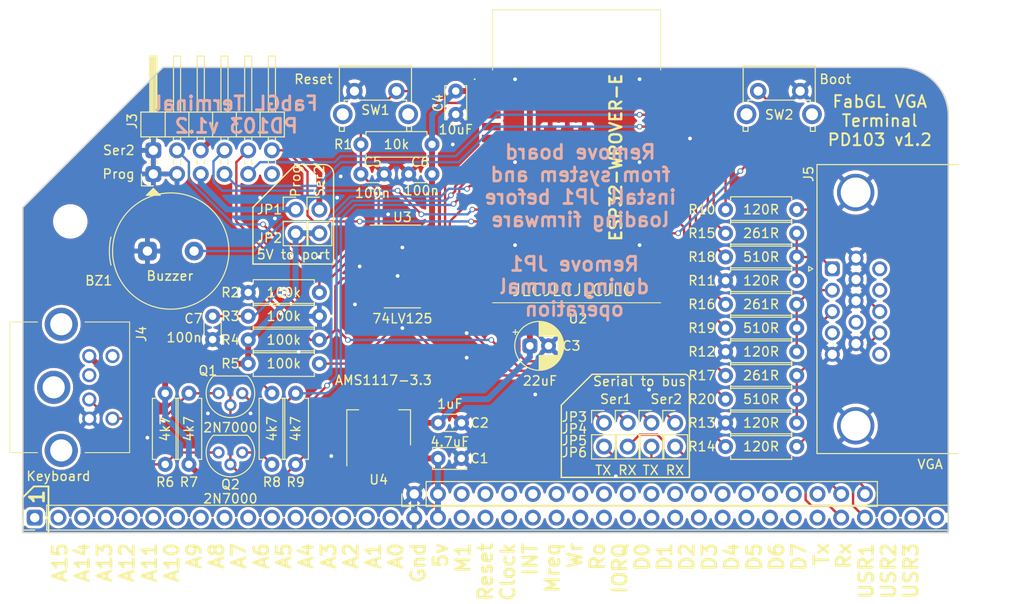
<source format=kicad_pcb>
(kicad_pcb (version 20221018) (generator pcbnew)
  (layers (0 "F.Cu" signal) (31 "B.Cu" signal) (36 "B.SilkS" user "B.Silkscreen") (37 "F.SilkS" user "F.Silkscreen") (38 "B.Mask" user) (39 "F.Mask" user) (44 "Edge.Cuts" user))
  (net 0 "")
  (net 1 "GND")
  (net 5 "+5V")
  (net 6 "+3V3")
  (net 68 "BusRX")
  (net 69 "BusTX")
  (net 70 "/KBClk_5V")
  (net 71 "/KBDat_5v")
  (net 72 "/Red")
  (net 73 "/Grn")
  (net 74 "/Blu")
  (net 75 "/HSync")
  (net 76 "/VSync")
  (net 77 "KBDat_3V")
  (net 78 "KBClk_3V")
  (net 79 "H")
  (net 80 "R1")
  (net 81 "R0")
  (net 82 "G1")
  (net 83 "G0")
  (net 84 "B1")
  (net 85 "B0")
  (net 86 "V")
  (net 87 "/ProgTX")
  (net 88 "/ProgRX")
  (net 89 "/Prog5V")
  (net 90 "/Boot")
  (net 91 "Ser2RTS")
  (net 92 "/Ser2RX_5V")
  (net 93 "Ser2TX")
  (net 94 "/Ser25V")
  (net 95 "/Ser2CTS_5V")
  (net 96 "/Ser1RX_5V")
  (net 97 "Ser1TX")
  (net 98 "Ser1RX_3V")
  (net 99 "Ser2RX_3V")
  (net 100 "Ser2CTS_3V")
  (net 101 "BusRX2")
  (net 102 "BusTX2")
  (net 111 "/Buzz")
  (net 112 "~{Reset}")
  (net 113 "/~{BufEn}")
  (footprint "Connector_PinHeader_2.54mm:PinHeader_1x39_P2.54mm_Vertical" (layer "F.Cu") (at 153.67 149.86 90)
    (fp_text reference "J1" hide)
    (fp_text value "RC2014")
  )
  (footprint "Connector_PinHeader_2.54mm:PinHeader_1x20_P2.54mm_Vertical" (layer "F.Cu") (at 194.31 147.32 90)
    (fp_text reference "J2" hide)
    (fp_text value "RC2014_Enh")
  )
  (footprint "Mounting_Holes:MountingHole_3.2mm_M3" (layer "F.Cu") (at 157.48 118.11)
    (fp_text reference "" hide)
    (fp_text value "" hide)
  )
  (footprint "Button_Switch_THT:SW_Tactile_SPST_Angled_PTS645Vx39-2LFS" (layer "F.Cu") (at 231.14 104.14)
    (fp_text reference "SW2")
    (fp_text value "Boot")
  )
  (footprint "rc-fabgl:ESP32WROVERE" (layer "F.Cu") (at 211.7 111.13)
    (fp_text reference "U2")
    (fp_text value "ESP32-WROVER-E")
  )
  (footprint "Buzzer_Beeper:Buzzer_TDK_PS1240P02BT_D12.2mm_H6.5mm" (layer "F.Cu") (at 165.735 121.285)
    (fp_text reference "BZ1")
    (fp_text value "Buzzer")
  )
  (footprint "Connector_PinHeader_2.54mm:PinHeader_2x06_P2.54mm_Horizontal" (layer "F.Cu") (at 166.37 113.03 90)
    (fp_text reference "J3")
    (fp_text value "Serial")
  )
  (footprint "Connector_PinHeader_2.54mm:PinHeader_1x02_P2.54mm_Vertical" (layer "F.Cu") (at 214.63 139.7)
    (fp_text reference "JP3")
    (fp_text value "Bus TX")
  )
  (footprint "Connector_PinHeader_2.54mm:PinHeader_1x02_P2.54mm_Vertical" (layer "F.Cu") (at 217.17 139.7)
    (fp_text reference "JP4")
    (fp_text value "Bus RX")
  )
  (footprint "Connector_PinHeader_2.54mm:PinHeader_1x02_P2.54mm_Vertical" (layer "F.Cu") (at 219.71 139.7)
    (fp_text reference "JP5")
    (fp_text value "Bus TX2")
  )
  (footprint "Connector_PinHeader_2.54mm:PinHeader_1x02_P2.54mm_Vertical" (layer "F.Cu") (at 222.25 139.7)
    (fp_text reference "JP6")
    (fp_text value "Bus RX2")
  )
  (footprint "Package_TO_SOT_THT:TO-92" (layer "F.Cu") (at 175.895 142.875 180)
    (fp_text reference "Q2")
    (fp_text value "2N7000")
  )
  (footprint "Resistor_THT:R_Axial_DIN0207_L6.3mm_D2.5mm_P7.62mm_Horizontal" (layer "F.Cu") (at 176.53 130.81)
    (fp_text reference "R4")
    (fp_text value "100k")
  )
  (footprint "Resistor_THT:R_Axial_DIN0207_L6.3mm_D2.5mm_P7.62mm_Horizontal" (layer "F.Cu") (at 179.07 136.525 -90)
    (fp_text reference "R8")
    (fp_text value "4k7")
  )
  (footprint "Resistor_THT:R_Axial_DIN0207_L6.3mm_D2.5mm_P7.62mm_Horizontal" (layer "F.Cu") (at 181.61 144.145 90)
    (fp_text reference "R9")
    (fp_text value "4k7")
  )
  (footprint "Resistor_THT:R_Axial_DIN0207_L6.3mm_D2.5mm_P7.62mm_Horizontal" (layer "F.Cu") (at 227.6475 119.38)
    (fp_text reference "R15")
    (fp_text value "261R")
  )
  (footprint "Resistor_THT:R_Axial_DIN0207_L6.3mm_D2.5mm_P7.62mm_Horizontal" (layer "F.Cu") (at 227.6475 124.46)
    (fp_text reference "R11")
    (fp_text value "120R")
  )
  (footprint "Resistor_THT:R_Axial_DIN0207_L6.3mm_D2.5mm_P7.62mm_Horizontal" (layer "F.Cu") (at 227.6475 129.54)
    (fp_text reference "R19")
    (fp_text value "510R")
  )
  (footprint "Resistor_THT:R_Axial_DIN0207_L6.3mm_D2.5mm_P7.62mm_Horizontal" (layer "F.Cu") (at 227.6475 134.62)
    (fp_text reference "R17")
    (fp_text value "261R")
  )
  (footprint "Resistor_THT:R_Axial_DIN0207_L6.3mm_D2.5mm_P7.62mm_Horizontal" (layer "F.Cu") (at 227.6475 139.7)
    (fp_text reference "R13")
    (fp_text value "120R")
  )
  (footprint "Resistor_THT:R_Axial_DIN0207_L6.3mm_D2.5mm_P7.62mm_Horizontal" (layer "F.Cu") (at 227.6475 137.16)
    (fp_text reference "R20")
    (fp_text value "510R")
  )
  (footprint "Capacitor_THT:C_Disc_D3.0mm_W1.6mm_P2.50mm" (layer "F.Cu") (at 196.870001 139.7)
    (fp_text reference "C2")
    (fp_text value "1uF")
  )
  (footprint "Capacitor_THT:C_Disc_D3.4mm_W2.1mm_P2.50mm" (layer "F.Cu") (at 198.755 104.14 -90)
    (fp_text reference "C4")
    (fp_text value "10uF")
  )
  (footprint "Resistor_THT:R_Axial_DIN0207_L6.3mm_D2.5mm_P7.62mm_Horizontal" (layer "F.Cu") (at 196.215 109.855 180)
    (fp_text reference "R1")
    (fp_text value "10k")
  )
  (footprint "Capacitor_THT:C_Disc_D3.0mm_W1.6mm_P2.50mm" (layer "F.Cu") (at 196.215 113.03 180)
    (fp_text reference "C6")
    (fp_text value "100n")
  )
  (footprint "Capacitor_THT:C_Disc_D3.0mm_W1.6mm_P2.50mm" (layer "F.Cu") (at 188.595 113.03)
    (fp_text reference "C5")
    (fp_text value "100n")
  )
  (footprint "Package_TO_SOT_THT:TO-92" (layer "F.Cu") (at 175.895 136.525 180)
    (fp_text reference "Q1")
    (fp_text value "2N7000")
  )
  (footprint "Resistor_THT:R_Axial_DIN0207_L6.3mm_D2.5mm_P7.62mm_Horizontal" (layer "F.Cu") (at 167.64 136.525 -90)
    (fp_text reference "R6")
    (fp_text value "4k7")
  )
  (footprint "Resistor_THT:R_Axial_DIN0207_L6.3mm_D2.5mm_P7.62mm_Horizontal" (layer "F.Cu") (at 170.18 144.145 90)
    (fp_text reference "R7")
    (fp_text value "4k7")
  )
  (footprint "rc-fabgl:Mini-DIN-6-Socket" (layer "F.Cu") (at 159.512 134.59 90)
    (fp_text reference "J4")
    (fp_text value "Keyboard")
  )
  (footprint "rc-fabgl:DSUB-15-HD_Female_Horizontal_P2.29x2.54mm_Housed" (layer "F.Cu") (at 239.0775 123.19 90)
    (fp_text reference "J5")
    (fp_text value "VGA")
  )
  (footprint "Button_Switch_THT:SW_Tactile_SPST_Angled_PTS645Vx39-2LFS" (layer "F.Cu") (at 187.905 104.14)
    (fp_text reference "SW1")
    (fp_text value "Reset")
  )
  (footprint "Resistor_THT:R_Axial_DIN0207_L6.3mm_D2.5mm_P7.62mm_Horizontal" (layer "F.Cu") (at 227.6475 116.84)
    (fp_text reference "R10")
    (fp_text value "120R")
  )
  (footprint "Resistor_THT:R_Axial_DIN0207_L6.3mm_D2.5mm_P7.62mm_Horizontal" (layer "F.Cu") (at 227.6475 127)
    (fp_text reference "R16")
    (fp_text value "261R")
  )
  (footprint "Resistor_THT:R_Axial_DIN0207_L6.3mm_D2.5mm_P7.62mm_Horizontal" (layer "F.Cu") (at 227.6475 121.92)
    (fp_text reference "R18")
    (fp_text value "510R")
  )
  (footprint "Resistor_THT:R_Axial_DIN0207_L6.3mm_D2.5mm_P7.62mm_Horizontal" (layer "F.Cu") (at 227.6475 132.08)
    (fp_text reference "R12")
    (fp_text value "120R")
  )
  (footprint "Capacitor_THT:CP_Radial_D5.0mm_P2.00mm" (layer "F.Cu") (at 206.6925 131.445)
    (fp_text reference "C3")
    (fp_text value "22uF")
  )
  (footprint "Resistor_THT:R_Axial_DIN0207_L6.3mm_D2.5mm_P7.62mm_Horizontal" (layer "F.Cu") (at 176.53 133.35)
    (fp_text reference "R5")
    (fp_text value "100k")
  )
  (footprint "Connector_PinHeader_2.54mm:PinHeader_1x02_P2.54mm_Vertical" (layer "F.Cu") (at 181.61 116.84)
    (fp_text reference "JP1")
    (fp_text value "Prog")
  )
  (footprint "Connector_PinHeader_2.54mm:PinHeader_1x02_P2.54mm_Vertical" (layer "F.Cu") (at 184.15 116.84)
    (fp_text reference "JP2")
    (fp_text value "Ser2")
  )
  (footprint "Capacitor_THT:C_Disc_D3.4mm_W2.1mm_P2.50mm" (layer "F.Cu") (at 196.85 143.51)
    (fp_text reference "C1")
    (fp_text value "4.7uF")
  )
  (footprint "Resistor_THT:R_Axial_DIN0207_L6.3mm_D2.5mm_P7.62mm_Horizontal" (layer "F.Cu") (at 176.53 128.27)
    (fp_text reference "R3")
    (fp_text value "100k")
  )
  (footprint "Capacitor_THT:C_Disc_D3.0mm_W1.6mm_P2.50mm" (layer "F.Cu") (at 172.72 130.77 90)
    (fp_text reference "C7")
    (fp_text value "100n")
  )
  (footprint "Resistor_THT:R_Axial_DIN0207_L6.3mm_D2.5mm_P7.62mm_Horizontal" (layer "F.Cu") (at 176.53 125.73)
    (fp_text reference "R2")
    (fp_text value "100k")
  )
  (footprint "Resistor_THT:R_Axial_DIN0207_L6.3mm_D2.5mm_P7.62mm_Horizontal" (layer "F.Cu") (at 227.6475 142.24)
    (fp_text reference "R14")
    (fp_text value "120R")
  )
  (footprint "Package_TO_SOT_SMD:SOT-223-3_TabPin2" (layer "F.Cu") (at 190.5 140.208 90)
    (fp_text reference "U4")
    (fp_text value "AMS1117-3.3")
  )
  (footprint "Package_SO:SO-14_3.9x8.65mm_P1.27mm" (layer "F.Cu") (at 193.04 122.936)
    (fp_text reference "U3")
    (fp_text value "74LV125")
  )
  (gr_line (start 210.058 137.795) (end 210.058 145.542) (stroke (width 0.15)) (layer "F.SilkS"))
  (gr_line (start 181.61 112.014) (end 184.658 112.014) (stroke (width 0.15)) (layer "F.SilkS"))
  (gr_line (start 210.058 137.795) (end 213.36 134.493) (stroke (width 0.15)) (layer "F.SilkS"))
  (gr_line (start 152.39238 151.4475) (end 152.39238 147.69338) (stroke (width 0.2)) (layer "F.SilkS"))
  (gr_line (start 177.038 116.586) (end 181.61 112.014) (stroke (width 0.15)) (layer "F.SilkS"))
  (gr_line (start 223.774 145.542) (end 223.774 135.001) (stroke (width 0.15)) (layer "F.SilkS"))
  (gr_arc (start 223.266 134.493) (mid 223.62521 134.64179) (end 223.774 135.001) (stroke (width 0.15)) (layer "F.SilkS"))
  (gr_line (start 153.57348 146.51228) (end 155.1432 146.51228) (stroke (width 0.2)) (layer "F.SilkS"))
  (gr_line (start 177.038 122.682) (end 177.038 116.586) (stroke (width 0.15)) (layer "F.SilkS"))
  (gr_line (start 223.266 134.493) (end 213.36 134.493) (stroke (width 0.15)) (layer "F.SilkS"))
  (gr_line (start 152.39238 147.69338) (end 153.57348 146.51228) (stroke (width 0.2)) (layer "F.SilkS"))
  (gr_line (start 210.058 145.542) (end 223.774 145.542) (stroke (width 0.15)) (layer "F.SilkS"))
  (gr_arc (start 184.658 112.014) (mid 185.37642 112.31158) (end 185.674 113.03) (stroke (width 0.15)) (layer "F.SilkS"))
  (gr_line (start 185.674 113.03) (end 185.674 122.682) (stroke (width 0.15)) (layer "F.SilkS"))
  (gr_line (start 155.1432 146.51228) (end 155.1432 151.4475) (stroke (width 0.2)) (layer "F.SilkS"))
  (gr_poly (pts (xy 167.132 115.316) (xy 165.608 115.316) (xy 166.37 114.554)) (stroke (width 0.1)) (fill solid) (layer "F.SilkS"))
  (gr_line (start 185.674 122.682) (end 177.038 122.682) (stroke (width 0.15)) (layer "F.SilkS"))
  (gr_line (start 246.3198 101.6) (end 167.4114 101.6) (stroke (width 0.15)) (layer "Edge.Cuts"))
  (gr_line (start 152.4 151.4602) (end 251.5014 151.4602) (stroke (width 0.15)) (layer "Edge.Cuts"))
  (gr_line (start 167.4114 101.6) (end 152.4 116.6114) (stroke (width 0.15)) (layer "Edge.Cuts"))
  (gr_arc (start 246.3198 101.6) (mid 249.982613 103.117187) (end 251.4998 106.78) (stroke (width 0.15)) (layer "Edge.Cuts"))
  (gr_line (start 251.5014 106.78) (end 251.5014 151.4602) (stroke (width 0.15)) (layer "Edge.Cuts"))
  (gr_line (start 152.4 116.6114) (end 152.4 151.4602) (stroke (width 0.15)) (layer "Edge.Cuts"))
  (gr_text "FabGL Terminal\nPD103 v1.2" (at 175.26 106.68) (layer "B.SilkS") (effects (font (size 1.5 1.5) (thickness 0.3)) (justify mirror)))
  (gr_text "Remove JP1\nduring normal\noperation" (at 211.455 125.095) (layer "B.SilkS") (effects (font (size 1.5 1.5) (thickness 0.3)) (justify mirror)))
  (gr_text "Remove board\nfrom system and\ninstall JP1 before\nloading firmware" (at 212.09 114.3) (layer "B.SilkS") (effects (font (size 1.5 1.5) (thickness 0.3)) (justify mirror)))
  (gr_text "A15\nA14\nA13\nA12\nA11\nA10\nA9\nA8\nA7\nA6\nA5\nA4\nA3\nA2\nA1\nA0\nGnd\n5v\nM1\nReset\nClock\nINT\nMreq\nWr\nRo\nIORQ\nD0\nD1\nD2\nD3\nD4\nD5\nD6\nD7\nTx\nRx\nUSR1\nUSR2\nUSR3" (at 201.93 152.4 90) (layer "F.SilkS") (effects (font (size 1.49 1.5) (thickness 0.3)) (justify right)))
  (gr_text "Ser2" (at 221.2975 137.16) (layer "F.SilkS") (effects (font (size 1 1))))
  (gr_text "TX RX" (at 220.98 144.78) (layer "F.SilkS") (effects (font (size 1 1))))
  (gr_text "Ser1" (at 215.9 137.16) (layer "F.SilkS") (effects (font (size 1 1))))
  (gr_text "Serial to bus" (at 218.44 135.255) (layer "F.SilkS") (effects (font (size 1 1))))
  (gr_text "TX RX" (at 215.9 144.78) (layer "F.SilkS") (effects (font (size 1 1))))
  (gr_text "FabGL VGA\nTerminal\nPD103 v1.2" (at 244.1575 107.315) (layer "F.SilkS") (effects (font (size 1.27 1.27) (thickness 0.2032))))
  (gr_text "1" (at 153.92908 147.6375 90) (layer "F.SilkS") (effects (font (size 1.5 1.5) (thickness 0.3))))
  (gr_text "Prog" (at 164.465 113.03) (layer "F.SilkS") (effects (font (size 1 1)) (justify right)))
  (gr_text "5V to port" (at 181.356 121.666) (layer "F.SilkS") (effects (font (size 1 1))))
  (gr_text "Ser2" (at 164.465 110.49) (layer "F.SilkS") (effects (font (size 1 1)) (justify right)))
  (gr_text "JLCJLCJLCJLC" (at 211.328 125.476) (layer "F.SilkS") (effects (font (size 1.27 1.27))))
  (segment (start 194.31 149.86) (end 194.31 147.32) (width 0.635) (layer "F.Cu") (net 1))
  (via (at 184.15 121.92) (size 0.6) (drill 0.4) (layers "F.Cu" "B.Cu") (net 1))
  (via (at 179.3875 117.7925) (size 0.6) (drill 0.4) (layers "F.Cu" "B.Cu") (net 1))
  (via (at 193.04 120.904) (size 0.6) (drill 0.4) (layers "F.Cu" "B.Cu") (net 1))
  (via (at 223.8375 109.22) (size 0.6) (drill 0.4) (layers "F.Cu" "B.Cu") (net 1))
  (via (at 177.8 115.57) (size 0.6) (drill 0.4) (layers "F.Cu" "B.Cu") (net 1))
  (via (at 188.468 122.936) (size 0.6) (drill 0.4) (layers "F.Cu" "B.Cu") (net 1))
  (via (at 187.96 127) (size 0.6) (drill 0.4) (layers "F.Cu" "B.Cu") (net 1))
  (via (at 165.735 141.2875) (size 0.6) (drill 0.4) (layers "F.Cu" "B.Cu") (net 1))
  (via (at 186.436 113.284) (size 0.6) (drill 0.4) (layers "F.Cu" "B.Cu") (net 1))
  (via (at 218.44 120.65) (size 0.6) (drill 0.4) (layers "F.Cu" "B.Cu") (net 1))
  (via (at 185.42 143.256) (size 0.6) (drill 0.4) (layers "F.Cu" "B.Cu") (net 1))
  (via (at 218.44 102.87) (size 0.6) (drill 0.4) (layers "F.Cu" "B.Cu") (net 1))
  (via (at 218.44 111.76) (size 0.6) (drill 0.4) (layers "F.Cu" "B.Cu") (net 1))
  (via (at 181.9275 132.08) (size 0.6) (drill 0.4) (layers "F.Cu" "B.Cu") (net 1))
  (via (at 186.055 115.57) (size 0.6) (drill 0.4) (layers "F.Cu" "B.Cu") (net 1))
  (via (at 199.9234 132.715) (size 0.6) (drill 0.4) (layers "F.Cu" "B.Cu") (net 1))
  (via (at 191.516 117.348) (size 0.6) (drill 0.4) (layers "F.Cu" "B.Cu") (net 1))
  (via (at 205.105 120.65) (size 0.6) (drill 0.4) (layers "F.Cu" "B.Cu") (net 1))
  (via (at 219.456 136.144) (size 0.6) (drill 0.4) (layers "F.Cu" "B.Cu") (net 1))
  (via (at 207.264 136.652) (size 0.6) (drill 0.4) (layers "F.Cu" "B.Cu") (net 1))
  (via (at 205.105 102.87) (size 0.6) (drill 0.4) (layers "F.Cu" "B.Cu") (net 1))
  (via (at 199.9234 130.0734) (size 0.6) (drill 0.4) (layers "F.Cu" "B.Cu") (net 1))
  (via (at 172.212 138.684) (size 0.6) (drill 0.4) (layers "F.Cu" "B.Cu") (net 1))
  (via (at 192.532 123.952) (size 0.6) (drill 0.4) (layers "F.Cu" "B.Cu") (net 1))
  (via (at 176.784 138.684) (size 0.6) (drill 0.4) (layers "F.Cu" "B.Cu") (net 1))
  (via (at 198.4375 109.855) (size 0.6) (drill 0.4) (layers "F.Cu" "B.Cu") (net 1))
  (via (at 205.105 111.76) (size 0.6) (drill 0.4) (layers "F.Cu" "B.Cu") (net 1))
  (via (at 215.9 145.415) (size 0.6) (drill 0.4) (layers "F.Cu" "B.Cu") (net 1))
  (via (at 193.04 129.54) (size 0.6) (drill 0.4) (layers "F.Cu" "B.Cu") (net 1))
  (segment (start 159.512 139.24) (end 159.512 139.192) (width 0.635) (layer "B.Cu") (net 1))
  (segment (start 194.31 149.86) (end 194.31 147.32) (width 0.635) (layer "B.Cu") (net 1))
  (segment (start 176.53 133.35) (end 168.275 133.35) (width 0.635) (layer "F.Cu") (net 5))
  (segment (start 167.64 136.525) (end 167.64 133.985) (width 0.635) (layer "F.Cu") (net 5))
  (segment (start 192.8 143.358) (end 192.8 144.512) (width 0.635) (layer "F.Cu") (net 5))
  (segment (start 191.135 146.177) (end 172.212 146.177) (width 0.635) (layer "F.Cu") (net 5))
  (segment (start 176.53 133.35) (end 176.53 131.445) (width 0.635) (layer "F.Cu") (net 5))
  (segment (start 192.8 144.512) (end 191.135 146.177) (width 0.635) (layer "F.Cu") (net 5))
  (segment (start 196.85 143.51) (end 192.952 143.51) (width 0.635) (layer "F.Cu") (net 5))
  (segment (start 192.952 143.51) (end 192.8 143.358) (width 0.635) (layer "F.Cu") (net 5))
  (segment (start 168.275 133.35) (end 167.64 133.985) (width 0.635) (layer "F.Cu") (net 5))
  (segment (start 167.64 133.985) (end 160.957 133.985) (width 0.635) (layer "F.Cu") (net 5))
  (segment (start 160.957 133.985) (end 159.512 132.54) (width 0.635) (layer "F.Cu") (net 5))
  (segment (start 172.212 146.177) (end 170.18 144.145) (width 0.635) (layer "F.Cu") (net 5))
  (segment (start 170.18 141.605) (end 167.64 139.065) (width 0.635) (layer "B.Cu") (net 5))
  (segment (start 181.61 119.38) (end 184.15 119.38) (width 0.635) (layer "B.Cu") (net 5))
  (segment (start 181.61 125.73) (end 181.61 119.38) (width 0.635) (layer "B.Cu") (net 5))
  (segment (start 196.85 147.32) (end 196.85 149.86) (width 0.635) (layer "B.Cu") (net 5))
  (segment (start 167.64 139.065) (end 167.64 136.525) (width 0.635) (layer "B.Cu") (net 5))
  (segment (start 176.53 130.81) (end 181.61 125.73) (width 0.635) (layer "B.Cu") (net 5))
  (segment (start 196.85 147.32) (end 196.85 143.51) (width 0.635) (layer "B.Cu") (net 5))
  (segment (start 170.18 144.145) (end 170.18 141.605) (width 0.635) (layer "B.Cu") (net 5))
  (segment (start 193.142 139.7) (end 190.5 137.058) (width 0.635) (layer "F.Cu") (net 6))
  (segment (start 196.215 118.426) (end 196.215 113.03) (width 0.635) (layer "F.Cu") (net 6))
  (segment (start 175.895 145.415) (end 180.34 145.415) (width 0.254) (layer "F.Cu") (net 6))
  (segment (start 177.8 135.255) (end 179.07 136.525) (width 0.254) (layer "F.Cu") (net 6))
  (segment (start 174.625 144.145) (end 175.895 145.415) (width 0.254) (layer "F.Cu") (net 6))
  (segment (start 175.26 135.255) (end 177.8 135.255) (width 0.254) (layer "F.Cu") (net 6))
  (segment (start 174.625 137.795) (end 174.625 135.89) (width 0.254) (layer "F.Cu") (net 6))
  (segment (start 193.142 139.7) (end 190.5 142.342) (width 0.635) (layer "F.Cu") (net 6))
  (segment (start 180.34 145.415) (end 181.61 144.145) (width 0.254) (layer "F.Cu") (net 6))
  (segment (start 195.515 119.126) (end 196.215 118.426) (width 0.635) (layer "F.Cu") (net 6))
  (segment (start 190.5 142.342) (end 190.5 143.358) (width 0.635) (layer "F.Cu") (net 6))
  (segment (start 190.5 137.058) (end 188.366 139.192) (width 0.254) (layer "F.Cu") (net 6))
  (segment (start 206.6925 131.445) (end 206.6925 105.7275) (width 0.635) (layer "F.Cu") (net 6))
  (segment (start 198.755 104.14) (end 202.565 104.14) (width 0.635) (layer "F.Cu") (net 6))
  (segment (start 196.870001 139.7) (end 193.142 139.7) (width 0.635) (layer "F.Cu") (net 6))
  (segment (start 188.366 139.192) (end 186.563 139.192) (width 0.254) (layer "F.Cu") (net 6))
  (segment (start 174.625 144.145) (end 174.625 137.795) (width 0.254) (layer "F.Cu") (net 6))
  (segment (start 174.625 135.89) (end 175.26 135.255) (width 0.254) (layer "F.Cu") (net 6))
  (segment (start 190.565 120.396) (end 192.024 120.396) (width 0.25) (layer "F.Cu") (net 6))
  (segment (start 193.294 119.126) (end 195.515 119.126) (width 0.25) (layer "F.Cu") (net 6))
  (segment (start 206.6925 105.7275) (end 205.105 104.14) (width 0.635) (layer "F.Cu") (net 6))
  (segment (start 186.563 139.192) (end 181.61 144.145) (width 0.254) (layer "F.Cu") (net 6))
  (segment (start 192.024 120.396) (end 193.294 119.126) (width 0.25) (layer "F.Cu") (net 6))
  (segment (start 196.215 113.03) (end 196.215 109.855) (width 0.635) (layer "F.Cu") (net 6))
  (segment (start 205.105 104.14) (end 202.565 104.14) (width 0.635) (layer "F.Cu") (net 6))
  (segment (start 199.410001 137.16) (end 196.870001 139.7) (width 0.635) (layer "B.Cu") (net 6))
  (segment (start 206.6925 131.445) (end 206.6925 132.6515) (width 0.635) (layer "B.Cu") (net 6))
  (segment (start 206.6925 132.6515) (end 202.184 137.16) (width 0.635) (layer "B.Cu") (net 6))
  (segment (start 202.184 137.16) (end 199.410001 137.16) (width 0.635) (layer "B.Cu") (net 6))
  (segment (start 198.755 104.14) (end 196.215 106.68) (width 0.635) (layer "B.Cu") (net 6))
  (segment (start 196.215 106.68) (end 196.215 109.855) (width 0.635) (layer "B.Cu") (net 6))
  (segment (start 241.3 146.685) (end 239.395 144.78) (width 0.254) (layer "F.Cu") (net 68))
  (segment (start 220.98 141.605) (end 220.345 140.97) (width 0.254) (layer "F.Cu") (net 68))
  (segment (start 241.3 148.59) (end 241.3 146.685) (width 0.254) (layer "F.Cu") (net 68))
  (segment (start 242.57 149.86) (end 241.3 148.59) (width 0.254) (layer "F.Cu") (net 68))
  (segment (start 220.345 140.97) (end 218.44 140.97) (width 0.254) (layer "F.Cu") (net 68))
  (segment (start 239.395 144.78) (end 222.885 144.78) (width 0.254) (layer "F.Cu") (net 68))
  (segment (start 218.44 140.97) (end 217.17 142.24) (width 0.254) (layer "F.Cu") (net 68))
  (segment (start 222.885 144.78) (end 220.98 142.875) (width 0.254) (layer "F.Cu") (net 68))
  (segment (start 220.98 142.875) (end 220.98 141.605) (width 0.254) (layer "F.Cu") (net 68))
  (segment (start 238.76 148.59) (end 236.855 148.59) (width 0.254) (layer "F.Cu") (net 69))
  (segment (start 236.22 146.685) (end 235.585 146.05) (width 0.254) (layer "F.Cu") (net 69))
  (segment (start 235.585 146.05) (end 218.44 146.05) (width 0.254) (layer "F.Cu") (net 69))
  (segment (start 218.44 146.05) (end 214.63 142.24) (width 0.254) (layer "F.Cu") (net 69))
  (segment (start 236.855 148.59) (end 236.22 147.955) (width 0.254) (layer "F.Cu") (net 69))
  (segment (start 236.22 147.955) (end 236.22 146.685) (width 0.254) (layer "F.Cu") (net 69))
  (segment (start 240.03 149.86) (end 238.76 148.59) (width 0.254) (layer "F.Cu") (net 69))
  (segment (start 170.18 136.525) (end 172.085 136.525) (width 0.254) (layer "F.Cu") (net 70))
  (segment (start 162.002 139.24) (end 167.465 139.24) (width 0.254) (layer "F.Cu") (net 70))
  (segment (start 167.465 139.24) (end 170.18 136.525) (width 0.254) (layer "F.Cu") (net 70))
  (segment (start 172.085 136.525) (end 173.355 136.525) (width 0.254) (layer "F.Cu") (net 70))
  (segment (start 164.465 144.145) (end 160.758189 140.438189) (width 0.254) (layer "F.Cu") (net 71))
  (segment (start 168.91 142.875) (end 173.355 142.875) (width 0.254) (layer "F.Cu") (net 71))
  (segment (start 160.758189 140.438189) (end 160.758189 138.436189) (width 0.254) (layer "F.Cu") (net 71))
  (segment (start 160.758189 138.436189) (end 159.512 137.19) (width 0.254) (layer "F.Cu") (net 71))
  (segment (start 167.64 144.145) (end 164.465 144.145) (width 0.254) (layer "F.Cu") (net 71))
  (segment (start 167.64 144.145) (end 168.91 142.875) (width 0.254) (layer "F.Cu") (net 71))
  (segment (start 235.2675 124.46) (end 235.2675 121.92) (width 0.254) (layer "F.Cu") (net 72))
  (segment (start 235.2675 121.92) (end 237.8075 121.92) (width 0.254) (layer "F.Cu") (net 72))
  (segment (start 235.2675 119.38) (end 235.2675 121.92) (width 0.254) (layer "F.Cu") (net 72))
  (segment (start 237.8075 121.92) (end 239.0775 123.19) (width 0.254) (layer "F.Cu") (net 72))
  (segment (start 235.2675 132.08) (end 235.2675 129.54) (width 0.254) (layer "F.Cu") (net 73))
  (segment (start 235.2675 127) (end 236.7875 125.48) (width 0.254) (layer "F.Cu") (net 73))
  (segment (start 235.2675 129.54) (end 235.2675 127) (width 0.254) (layer "F.Cu") (net 73))
  (segment (start 236.7875 125.48) (end 239.0775 125.48) (width 0.254) (layer "F.Cu") (net 73))
  (segment (start 239.0775 127.77) (end 237.1725 129.675) (width 0.254) (layer "F.Cu") (net 74))
  (segment (start 235.2675 139.7) (end 235.2675 137.16) (width 0.254) (layer "F.Cu") (net 74))
  (segment (start 235.2675 137.16) (end 235.2675 134.62) (width 0.254) (layer "F.Cu") (net 74))
  (segment (start 237.1725 129.675) (end 237.1725 132.715) (width 0.254) (layer "F.Cu") (net 74))
  (segment (start 237.1725 132.715) (end 235.2675 134.62) (width 0.254) (layer "F.Cu") (net 74))
  (segment (start 235.2675 116.84) (end 238.4425 116.84) (width 0.254) (layer "F.Cu") (net 75))
  (segment (start 238.4425 116.84) (end 242.8875 121.285) (width 0.254) (layer "F.Cu") (net 75))
  (segment (start 242.8875 121.285) (end 242.8875 126.5) (width 0.254) (layer "F.Cu") (net 75))
  (segment (start 242.8875 126.5) (end 244.1575 127.77) (width 0.254) (layer "F.Cu") (net 75))
  (segment (start 242.8875 134.62) (end 242.8875 131.33) (width 0.254) (layer "F.Cu") (net 76))
  (segment (start 242.8875 131.33) (end 244.1575 130.06) (width 0.254) (layer "F.Cu") (net 76))
  (segment (start 235.2675 142.24) (end 242.8875 134.62) (width 0.254) (layer "F.Cu") (net 76))
  (segment (start 201.287948 111.76) (end 202.565 111.76) (width 0.254) (layer "F.Cu") (net 77))
  (segment (start 198.682 114.8725) (end 198.682 114.365948) (width 0.254) (layer "F.Cu") (net 77))
  (segment (start 175.895 142.875) (end 177.8 142.875) (width 0.254) (layer "F.Cu") (net 77))
  (segment (start 177.8 142.875) (end 179.07 144.145) (width 0.254) (layer "F.Cu") (net 77))
  (segment (start 177.8 142.875) (end 184.9755 135.6995) (width 0.254) (layer "F.Cu") (net 77))
  (segment (start 198.2385 115.316) (end 198.682 114.8725) (width 0.254) (layer "F.Cu") (net 77))
  (segment (start 198.682 114.365948) (end 201.287948 111.76) (width 0.254) (layer "F.Cu") (net 77))
  (via (at 198.2385 115.316) (size 0.6) (drill 0.4) (layers "F.Cu" "B.Cu") (net 77))
  (via (at 184.9755 135.6995) (size 0.6) (drill 0.4) (layers "F.Cu" "B.Cu") (net 77))
  (segment (start 187.648052 115.889) (end 197.6655 115.889) (width 0.254) (layer "B.Cu") (net 77))
  (segment (start 184.9755 135.6995) (end 185.9915 134.6835) (width 0.254) (layer "B.Cu") (net 77))
  (segment (start 185.9915 134.6835) (end 185.9915 117.545552) (width 0.254) (layer "B.Cu") (net 77))
  (segment (start 197.6655 115.889) (end 198.2385 115.316) (width 0.254) (layer "B.Cu") (net 77))
  (segment (start 185.9915 117.545552) (end 187.648052 115.889) (width 0.254) (layer "B.Cu") (net 77))
  (segment (start 175.895 136.525) (end 177.165 137.795) (width 0.254) (layer "F.Cu") (net 78))
  (segment (start 199.136 114.554) (end 200.66 113.03) (width 0.254) (layer "F.Cu") (net 78))
  (segment (start 180.34 137.795) (end 181.61 136.525) (width 0.254) (layer "F.Cu") (net 78))
  (segment (start 200.66 113.03) (end 202.565 113.03) (width 0.254) (layer "F.Cu") (net 78))
  (segment (start 199.136 115.618) (end 199.136 114.554) (width 0.254) (layer "F.Cu") (net 78))
  (segment (start 198.525 116.229) (end 199.136 115.618) (width 0.254) (layer "F.Cu") (net 78))
  (segment (start 177.165 137.795) (end 180.34 137.795) (width 0.254) (layer "F.Cu") (net 78))
  (via (at 198.525 116.229) (size 0.6) (drill 0.4) (layers "F.Cu" "B.Cu") (net 78))
  (segment (start 185.039 136.525) (end 181.61 136.525) (width 0.254) (layer "B.Cu") (net 78))
  (segment (start 198.411 116.343) (end 187.949 116.343) (width 0.254) (layer "B.Cu") (net 78))
  (segment (start 186.4455 117.8465) (end 186.4455 135.1185) (width 0.254) (layer "B.Cu") (net 78))
  (segment (start 186.4455 135.1185) (end 185.039 136.525) (width 0.254) (layer "B.Cu") (net 78))
  (segment (start 198.525 116.229) (end 198.411 116.343) (width 0.254) (layer "B.Cu") (net 78))
  (segment (start 187.949 116.343) (end 186.4455 117.8465) (width 0.254) (layer "B.Cu") (net 78))
  (segment (start 227.6475 109.855) (end 227.6475 116.84) (width 0.254) (layer "F.Cu") (net 79))
  (segment (start 221.9325 104.14) (end 220.835 104.14) (width 0.254) (layer "F.Cu") (net 79))
  (segment (start 227.6475 109.855) (end 221.9325 104.14) (width 0.254) (layer "F.Cu") (net 79))
  (segment (start 221.9325 105.41) (end 220.835 105.41) (width 0.254) (layer "F.Cu") (net 80))
  (segment (start 226.3775 109.855) (end 221.9325 105.41) (width 0.254) (layer "F.Cu") (net 80))
  (segment (start 226.3775 109.855) (end 226.3775 118.11) (width 0.254) (layer "F.Cu") (net 80))
  (segment (start 226.3775 118.11) (end 227.6475 119.38) (width 0.254) (layer "F.Cu") (net 80))
  (segment (start 225.7425 120.015) (end 225.7425 113.03) (width 0.254) (layer "F.Cu") (net 81))
  (segment (start 225.7425 113.03) (end 221.9325 109.22) (width 0.254) (layer "F.Cu") (net 81))
  (segment (start 221.9325 109.22) (end 220.835 109.22) (width 0.254) (layer "F.Cu") (net 81))
  (segment (start 227.6475 121.92) (end 225.7425 120.015) (width 0.254) (layer "F.Cu") (net 81))
  (segment (start 225.1075 114.935) (end 225.1075 124.46) (width 0.254) (layer "F.Cu") (net 82))
  (segment (start 221.9325 111.76) (end 220.835 111.76) (width 0.254) (layer "F.Cu") (net 82))
  (segment (start 225.1075 124.46) (end 227.6475 127) (width 0.254) (layer "F.Cu") (net 82))
  (segment (start 225.1075 114.935) (end 221.9325 111.76) (width 0.254) (layer "F.Cu") (net 82))
  (segment (start 221.9325 113.03) (end 220.835 113.03) (width 0.254) (layer "F.Cu") (net 83))
  (segment (start 224.4725 115.57) (end 221.9325 113.03) (width 0.254) (layer "F.Cu") (net 83))
  (segment (start 227.6475 129.54) (end 224.4725 126.365) (width 0.254) (layer "F.Cu") (net 83))
  (segment (start 224.4725 126.365) (end 224.4725 115.57) (width 0.254) (layer "F.Cu") (net 83))
  (segment (start 221.9325 114.3) (end 220.835 114.3) (width 0.254) (layer "F.Cu") (net 84))
  (segment (start 227.6475 134.62) (end 223.8375 130.81) (width 0.254) (layer "F.Cu") (net 84))
  (segment (start 223.8375 116.205) (end 221.9325 114.3) (width 0.254) (layer "F.Cu") (net 84))
  (segment (start 223.8375 130.81) (end 223.8375 116.205) (width 0.254) (layer "F.Cu") (net 84))
  (segment (start 223.2025 132.715) (end 227.6475 137.16) (width 0.254) (layer "F.Cu") (net 85))
  (segment (start 222.5675 118.11) (end 220.835 118.11) (width 0.254) (layer "F.Cu") (net 85))
  (segment (start 222.5675 118.11) (end 223.2025 118.745) (width 0.254) (layer "F.Cu") (net 85))
  (segment (start 223.2025 118.745) (end 223.2025 132.715) (width 0.254) (layer "F.Cu") (net 85))
  (segment (start 222.5675 137.16) (end 227.6475 142.24) (width 0.254) (layer "F.Cu") (net 86))
  (segment (start 221.9325 121.92) (end 220.835 121.92) (width 0.254) (layer "F.Cu") (net 86))
  (segment (start 222.5675 122.555) (end 222.5675 137.16) (width 0.254) (layer "F.Cu") (net 86))
  (segment (start 222.5675 122.555) (end 221.9325 121.92) (width 0.254) (layer "F.Cu") (net 86))
  (segment (start 220.835 106.68) (end 218.44 106.68) (width 0.254) (layer "F.Cu") (net 87))
  (via (at 218.44 106.68) (size 0.6) (drill 0.4) (layers "F.Cu" "B.Cu") (net 87))
  (segment (start 177.8 111.76) (end 185.793948 111.76) (width 0.254) (layer "B.Cu") (net 87))
  (segment (start 185.793948 111.76) (end 186.428948 111.125) (width 0.254) (layer "B.Cu") (net 87))
  (segment (start 198.755 111.125) (end 203.2 106.68) (width 0.254) (layer "B.Cu") (net 87))
  (segment (start 176.53 113.03) (end 177.8 111.76) (width 0.254) (layer "B.Cu") (net 87))
  (segment (start 186.428948 111.125) (end 198.755 111.125) (width 0.254) (layer "B.Cu") (net 87))
  (segment (start 203.2 106.68) (end 218.44 106.68) (width 0.254) (layer "B.Cu") (net 87))
  (segment (start 218.44 107.95) (end 220.835 107.95) (width 0.254) (layer "F.Cu") (net 88))
  (via (at 218.44 107.95) (size 0.6) (drill 0.4) (layers "F.Cu" "B.Cu") (net 88))
  (segment (start 186.436 111.76) (end 199.0725 111.76) (width 0.254) (layer "B.Cu") (net 88))
  (segment (start 202.8825 107.95) (end 218.44 107.95) (width 0.254) (layer "B.Cu") (net 88))
  (segment (start 173.99 113.03) (end 175.26 114.3) (width 0.254) (layer "B.Cu") (net 88))
  (segment (start 175.26 114.3) (end 183.896 114.3) (width 0.254) (layer "B.Cu") (net 88))
  (segment (start 199.0725 111.76) (end 202.8825 107.95) (width 0.254) (layer "B.Cu") (net 88))
  (segment (start 183.896 114.3) (end 186.436 111.76) (width 0.254) (layer "B.Cu") (net 88))
  (segment (start 181.61 116.84) (end 174.26646 116.84) (width 0.635) (layer "B.Cu") (net 89))
  (segment (start 174.26646 116.84) (end 171.45 114.02354) (width 0.635) (layer "B.Cu") (net 89))
  (segment (start 171.45 114.02354) (end 171.45 113.03) (width 0.635) (layer "B.Cu") (net 89))
  (segment (start 232.014999 105.014999) (end 232.014999 109.932499) (width 0.254) (layer "F.Cu") (net 90))
  (segment (start 231.14 104.14) (end 232.014999 105.014999) (width 0.254) (layer "F.Cu") (net 90))
  (segment (start 232.014999 109.932499) (end 229.234999 112.712499) (width 0.254) (layer "F.Cu") (net 90))
  (segment (start 220.835 119.38) (end 222.5675 119.38) (width 0.254) (layer "F.Cu") (net 90))
  (via (at 229.234999 112.712499) (size 0.6) (drill 0.4) (layers "F.Cu" "B.Cu") (net 90))
  (via (at 222.5675 119.38) (size 0.6) (drill 0.4) (layers "F.Cu" "B.Cu") (net 90))
  (segment (start 222.5675 119.38) (end 222.867499 119.079999) (width 0.254) (layer "B.Cu") (net 90))
  (segment (start 222.867499 119.079999) (end 229.234999 112.712499) (width 0.254) (layer "B.Cu") (net 90))
  (segment (start 182.88 112.776) (end 180.594 110.49) (width 0.254) (layer "F.Cu") (net 91))
  (segment (start 180.594 110.49) (end 179.07 110.49) (width 0.254) (layer "F.Cu") (net 91))
  (segment (start 200.406 118.11) (end 202.565 118.11) (width 0.254) (layer "F.Cu") (net 91))
  (segment (start 183.515 118.11) (end 182.88 117.475) (width 0.254) (layer "F.Cu") (net 91))
  (segment (start 182.88 117.475) (end 182.88 112.776) (width 0.254) (layer "F.Cu") (net 91))
  (segment (start 188.468 118.11) (end 183.515 118.11) (width 0.254) (layer "F.Cu") (net 91))
  (via (at 188.468 118.11) (size 0.6) (drill 0.4) (layers "F.Cu" "B.Cu") (net 91))
  (via (at 200.406 118.11) (size 0.6) (drill 0.4) (layers "F.Cu" "B.Cu") (net 91))
  (segment (start 200.406 118.11) (end 188.468 118.11) (width 0.254) (layer "B.Cu") (net 91))
  (segment (start 213.614 133.604) (end 219.71 139.7) (width 0.254) (layer "F.Cu") (net 92))
  (segment (start 178.7525 121.6025) (end 178.7525 126.365) (width 0.254) (layer "F.Cu") (net 92))
  (segment (start 185.874 129.54) (end 185.874 125.549) (width 0.254) (layer "F.Cu") (net 92))
  (segment (start 184.15 130.81) (end 184.785 130.81) (width 0.254) (layer "F.Cu") (net 92))
  (segment (start 178.7525 126.365) (end 183.1975 130.81) (width 0.254) (layer "F.Cu") (net 92))
  (segment (start 202.565 130.81) (end 205.359 133.604) (width 0.254) (layer "F.Cu") (net 92))
  (segment (start 184.785 130.81) (end 185.874 129.721) (width 0.254) (layer "F.Cu") (net 92))
  (segment (start 183.1975 130.81) (end 184.15 130.81) (width 0.254) (layer "F.Cu") (net 92))
  (segment (start 205.359 133.604) (end 213.614 133.604) (width 0.254) (layer "F.Cu") (net 92))
  (segment (start 176.53 110.49) (end 175.26 111.76) (width 0.254) (layer "F.Cu") (net 92))
  (segment (start 187.198 130.81) (end 185.928 129.54) (width 0.254) (layer "F.Cu") (net 92))
  (segment (start 175.26 111.76) (end 175.26 118.11) (width 0.254) (layer "F.Cu") (net 92))
  (segment (start 185.874 125.549) (end 185.874 125.022) (width 0.254) (layer "F.Cu") (net 92))
  (segment (start 185.874 125.022) (end 186.69 124.206) (width 0.254) (layer "F.Cu") (net 92))
  (segment (start 175.26 118.11) (end 178.7525 121.6025) (width 0.254) (layer "F.Cu") (net 92))
  (segment (start 185.928 129.54) (end 185.874 129.54) (width 0.254) (layer "F.Cu") (net 92))
  (segment (start 185.874 129.721) (end 185.874 125.549) (width 0.254) (layer "F.Cu") (net 92))
  (segment (start 186.69 124.206) (end 190.565 124.206) (width 0.254) (layer "F.Cu") (net 92))
  (via (at 187.198 130.81) (size 0.6) (drill 0.4) (layers "F.Cu" "B.Cu") (net 92))
  (via (at 202.565 130.81) (size 0.6) (drill 0.4) (layers "F.Cu" "B.Cu") (net 92))
  (segment (start 187.198 130.81) (end 202.565 130.81) (width 0.254) (layer "B.Cu") (net 92))
  (segment (start 205.5655 128.978181) (end 206.048 128.495681) (width 0.254) (layer "F.Cu") (net 93))
  (segment (start 206.048 119.18) (end 203.708 116.84) (width 0.254) (layer "F.Cu") (net 93))
  (segment (start 206.248 133.096) (end 205.5655 132.4135) (width 0.254) (layer "F.Cu") (net 93))
  (segment (start 220.218 137.668) (end 219.456 137.668) (width 0.254) (layer "F.Cu") (net 93))
  (segment (start 219.456 137.668) (end 214.884 133.096) (width 0.254) (layer "F.Cu") (net 93))
  (segment (start 222.25 139.7) (end 220.218 137.668) (width 0.254) (layer "F.Cu") (net 93))
  (segment (start 192.532 114.808) (end 195.072 117.348) (width 0.25) (layer "F.Cu") (net 93))
  (segment (start 202.565 116.84) (end 200.533 116.84) (width 0.254) (layer "F.Cu") (net 93))
  (segment (start 206.048 128.495681) (end 206.048 119.18) (width 0.254) (layer "F.Cu") (net 93))
  (segment (start 205.5655 132.4135) (end 205.5655 128.978181) (width 0.254) (layer "F.Cu") (net 93))
  (segment (start 214.884 133.096) (end 206.248 133.096) (width 0.254) (layer "F.Cu") (net 93))
  (segment (start 203.708 116.84) (end 202.565 116.84) (width 0.254) (layer "F.Cu") (net 93))
  (via (at 195.072 117.348) (size 0.6) (drill 0.4) (layers "F.Cu" "B.Cu") (net 93))
  (via (at 192.532 114.808) (size 0.6) (drill 0.4) (layers "F.Cu" "B.Cu") (net 93))
  (via (at 200.533 116.84) (size 0.6) (drill 0.4) (layers "F.Cu" "B.Cu") (net 93))
  (segment (start 172.813 113.885) (end 173.736 114.808) (width 0.254) (layer "B.Cu") (net 93))
  (segment (start 173.99 110.49) (end 172.813 111.667) (width 0.254) (layer "B.Cu") (net 93))
  (segment (start 173.736 114.808) (end 192.532 114.808) (width 0.254) (layer "B.Cu") (net 93))
  (segment (start 195.072 117.348) (end 200.025 117.348) (width 0.25) (layer "B.Cu") (net 93))
  (segment (start 172.813 111.667) (end 172.813 113.885) (width 0.254) (layer "B.Cu") (net 93))
  (segment (start 200.025 117.348) (end 200.533 116.84) (width 0.25) (layer "B.Cu") (net 93))
  (segment (start 179.705 108.585) (end 173.355 108.585) (width 0.635) (layer "F.Cu") (net 94))
  (segment (start 184.15 116.84) (end 184.15 113.03) (width 0.635) (layer "F.Cu") (net 94))
  (segment (start 173.355 108.585) (end 171.45 110.49) (width 0.635) (layer "F.Cu") (net 94))
  (segment (start 184.15 113.03) (end 179.705 108.585) (width 0.635) (layer "F.Cu") (net 94))
  (segment (start 184.15 124.459999) (end 178.117501 118.4275) (width 0.254) (layer "F.Cu") (net 95))
  (segment (start 195.515 121.666) (end 192.409224 121.666) (width 0.25) (layer "F.Cu") (net 95))
  (segment (start 184.15 124.46) (end 184.15 125.73) (width 0.254) (layer "F.Cu") (net 95))
  (segment (start 191.764224 121.021) (end 187.589 121.021) (width 0.25) (layer "F.Cu") (net 95))
  (segment (start 192.409224 121.666) (end 191.764224 121.021) (width 0.25) (layer "F.Cu") (net 95))
  (segment (start 186.563 122.047) (end 184.15 124.46) (width 0.254) (layer "F.Cu") (net 95))
  (segment (start 187.589 121.021) (end 186.563 122.047) (width 0.25) (layer "F.Cu") (net 95))
  (via (at 178.117501 118.4275) (size 0.6) (drill 0.4) (layers "F.Cu" "B.Cu") (net 95))
  (segment (start 170.18 113.665) (end 174.9425 118.4275) (width 0.254) (layer "B.Cu") (net 95))
  (segment (start 174.9425 118.4275) (end 178.117501 118.4275) (width 0.254) (layer "B.Cu") (net 95))
  (segment (start 168.91 110.49) (end 170.18 111.76) (width 0.254) (layer "B.Cu") (net 95))
  (segment (start 170.18 111.76) (end 170.18 113.665) (width 0.254) (layer "B.Cu") (net 95))
  (segment (start 188.214 133.35) (end 193.04 128.524) (width 0.254) (layer "F.Cu") (net 96))
  (segment (start 209.55 134.62) (end 214.63 139.7) (width 0.254) (layer "F.Cu") (net 96))
  (segment (start 195.515 125.476) (end 194.564 125.476) (width 0.254) (layer "F.Cu") (net 96))
  (segment (start 194.564 125.476) (end 193.04 127) (width 0.254) (layer "F.Cu") (net 96))
  (segment (start 184.15 133.35) (end 188.214 133.35) (width 0.254) (layer "F.Cu") (net 96))
  (segment (start 193.04 128.524) (end 199.136 134.62) (width 0.254) (layer "F.Cu") (net 96))
  (segment (start 193.04 127) (end 193.04 128.524) (width 0.254) (layer "F.Cu") (net 96))
  (segment (start 199.136 134.62) (end 209.55 134.62) (width 0.254) (layer "F.Cu") (net 96))
  (segment (start 211.582 134.112) (end 217.17 139.7) (width 0.254) (layer "F.Cu") (net 97))
  (segment (start 201.295 121.92) (end 200.66 122.555) (width 0.254) (layer "F.Cu") (net 97))
  (segment (start 204.597 134.112) (end 211.582 134.112) (width 0.254) (layer "F.Cu") (net 97))
  (segment (start 202.565 121.92) (end 201.295 121.92) (width 0.254) (layer "F.Cu") (net 97))
  (segment (start 200.66 130.175) (end 204.597 134.112) (width 0.254) (layer "F.Cu") (net 97))
  (segment (start 200.66 122.555) (end 200.66 130.175) (width 0.254) (layer "F.Cu") (net 97))
  (segment (start 196.984052 126.746) (end 198.628 125.102052) (width 0.254) (layer "F.Cu") (net 98))
  (segment (start 200.152 119.38) (end 202.565 119.38) (width 0.254) (layer "F.Cu") (net 98))
  (segment (start 198.628 120.904) (end 200.152 119.38) (width 0.254) (layer "F.Cu") (net 98))
  (segment (start 198.628 125.102052) (end 198.628 120.904) (width 0.254) (layer "F.Cu") (net 98))
  (segment (start 195.515 126.746) (end 196.984052 126.746) (width 0.254) (layer "F.Cu") (net 98))
  (segment (start 200.66 115.57) (end 202.565 115.57) (width 0.254) (layer "F.Cu") (net 99))
  (segment (start 198.12 118.11) (end 200.66 115.57) (width 0.254) (layer "F.Cu") (net 99))
  (segment (start 190.565 125.476) (end 193.04 125.476) (width 0.254) (layer "F.Cu") (net 99))
  (segment (start 193.04 125.476) (end 193.683 124.833) (width 0.254) (layer "F.Cu") (net 99))
  (segment (start 196.53758 124.833) (end 198.12 123.25058) (width 0.254) (layer "F.Cu") (net 99))
  (segment (start 193.683 124.833) (end 196.53758 124.833) (width 0.254) (layer "F.Cu") (net 99))
  (segment (start 198.12 123.25058) (end 198.12 118.11) (width 0.254) (layer "F.Cu") (net 99))
  (segment (start 195.515 122.936) (end 196.596 122.936) (width 0.254) (layer "F.Cu") (net 100))
  (segment (start 197.612 121.92) (end 197.612 114.3) (width 0.254) (layer "F.Cu") (net 100))
  (segment (start 201.422 110.49) (end 202.565 110.49) (width 0.254) (layer "F.Cu") (net 100))
  (segment (start 196.596 122.936) (end 197.612 121.92) (width 0.254) (layer "F.Cu") (net 100))
  (segment (start 197.612 114.3) (end 201.422 110.49) (width 0.254) (layer "F.Cu") (net 100))
  (segment (start 240.03 144.145) (end 224.155 144.145) (width 0.254) (layer "F.Cu") (net 101))
  (segment (start 242.57 147.32) (end 242.57 146.685) (width 0.254) (layer "F.Cu") (net 101))
  (segment (start 224.155 144.145) (end 222.25 142.24) (width 0.254) (layer "F.Cu") (net 101))
  (segment (start 242.57 146.685) (end 240.03 144.145) (width 0.254) (layer "F.Cu") (net 101))
  (segment (start 240.03 147.32) (end 238.125 145.415) (width 0.254) (layer "F.Cu") (net 102))
  (segment (start 238.125 145.415) (end 221.615 145.415) (width 0.254) (layer "F.Cu") (net 102))
  (segment (start 221.615 145.415) (end 219.71 143.51) (width 0.254) (layer "F.Cu") (net 102))
  (segment (start 219.71 143.51) (end 219.71 142.24) (width 0.254) (layer "F.Cu") (net 102))
  (segment (start 199.960003 114.616003) (end 200.276006 114.3) (width 0.254) (layer "F.Cu") (net 111))
  (segment (start 200.276006 114.3) (end 202.565 114.3) (width 0.254) (layer "F.Cu") (net 111))
  (via (at 199.960003 114.616003) (size 0.6) (drill 0.4) (layers "F.Cu" "B.Cu") (net 111))
  (segment (start 177.165 121.285) (end 170.735 121.285) (width 0.254) (layer "B.Cu") (net 111))
  (segment (start 187.46 115.435) (end 184.785 118.11) (width 0.254) (layer "B.Cu") (net 111))
  (segment (start 199.960003 114.616003) (end 197.993353 114.616003) (width 0.254) (layer "B.Cu") (net 111))
  (segment (start 197.174356 115.435) (end 187.46 115.435) (width 0.254) (layer "B.Cu") (net 111))
  (segment (start 197.993353 114.616003) (end 197.174356 115.435) (width 0.254) (layer "B.Cu") (net 111))
  (segment (start 184.785 118.11) (end 180.34 118.11) (width 0.254) (layer "B.Cu") (net 111))
  (segment (start 180.34 118.11) (end 177.165 121.285) (width 0.254) (layer "B.Cu") (net 111))
  (segment (start 195.58 105.41) (end 194.31 104.14) (width 0.254) (layer "F.Cu") (net 112))
  (segment (start 190.5 114.935) (end 190.5 119.061) (width 0.254) (layer "F.Cu") (net 112))
  (segment (start 202.565 105.41) (end 195.58 105.41) (width 0.254) (layer "F.Cu") (net 112))
  (segment (start 188.595 107.95) (end 188.595 113.03) (width 0.254) (layer "F.Cu") (net 112))
  (segment (start 188.595 113.03) (end 190.5 114.935) (width 0.254) (layer "F.Cu") (net 112))
  (segment (start 192.405 104.14) (end 188.595 107.95) (width 0.254) (layer "F.Cu") (net 112))
  (segment (start 194.31 104.14) (end 192.405 104.14) (width 0.254) (layer "F.Cu") (net 112))
  (segment (start 190.5 119.061) (end 190.565 119.126) (width 0.254) (layer "F.Cu") (net 112))
  (segment (start 191.77 121.666) (end 194.31 124.206) (width 0.254) (layer "F.Cu") (net 113))
  (segment (start 190.565 121.666) (end 187.8965 121.666) (width 0.254) (layer "F.Cu") (net 113))
  (segment (start 181.61 127) (end 180.34 125.73) (width 0.254) (layer "F.Cu") (net 113))
  (segment (start 184.785 127) (end 181.61 127) (width 0.254) (layer "F.Cu") (net 113))
  (segment (start 194.31 124.206) (end 195.515 124.206) (width 0.254) (layer "F.Cu") (net 113))
  (segment (start 172.72 128.27) (end 176.53 128.27) (width 0.254) (layer "F.Cu") (net 113))
  (segment (start 185.42 126.365) (end 184.785 127) (width 0.254) (layer "F.Cu") (net 113))
  (segment (start 190.565 121.666) (end 191.77 121.666) (width 0.254) (layer "F.Cu") (net 113))
  (segment (start 185.42 124.1425) (end 185.42 126.365) (width 0.254) (layer "F.Cu") (net 113))
  (segment (start 187.8965 121.666) (end 185.42 124.1425) (width 0.254) (layer "F.Cu") (net 113))
  (via (at 180.34 125.73) (size 0.6) (drill 0.4) (layers "F.Cu" "B.Cu") (net 113))
  (segment (start 177.165 128.27) (end 179.705 125.73) (width 0.254) (layer "B.Cu") (net 113))
  (segment (start 179.705 125.73) (end 180.34 125.73) (width 0.254) (layer "B.Cu") (net 113))
  (segment (start 176.53 128.27) (end 177.165 128.27) (width 0.254) (layer "B.Cu") (net 113))
  (zone (net 1) (net_name "GND") (layer "F.Cu") (connect_pads (clearance 0.3048)) (min_thickness 0.254) (fill yes (thermal_gap 0.381) (thermal_bridge_width 0.508))
    (polygon (pts (xy 251.5108 151.4475) (xy 152.4 151.4475) (xy 152.4 101.5873) (xy 251.46 101.5873)))
  )
  (zone (net 1) (net_name "GND") (layer "B.Cu") (connect_pads (clearance 0.3048)) (min_thickness 0.254) (fill yes (thermal_gap 0.381) (thermal_bridge_width 0.508))
    (polygon (pts (xy 251.5108 151.4475) (xy 152.4 151.4475) (xy 152.4 101.5873) (xy 251.46 101.5873)))
  )
)
</source>
